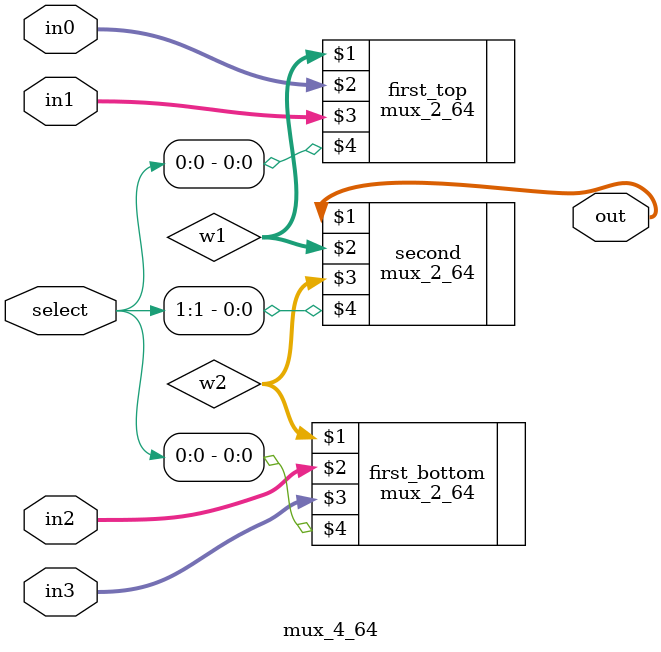
<source format=v>
module mux_4_64(out, in0, in1, in2, in3, select);

	input [1:0] select;
	input [63:0] in0, in1, in2, in3;
	output [63:0] out;
	wire [63:0] w1, w2;
	mux_2_64 first_top(w1, in0, in1, select[0]);
	mux_2_64 first_bottom(w2, in2, in3, select[0]);
	mux_2_64 second(out, w1, w2, select[1]);
	
endmodule

</source>
